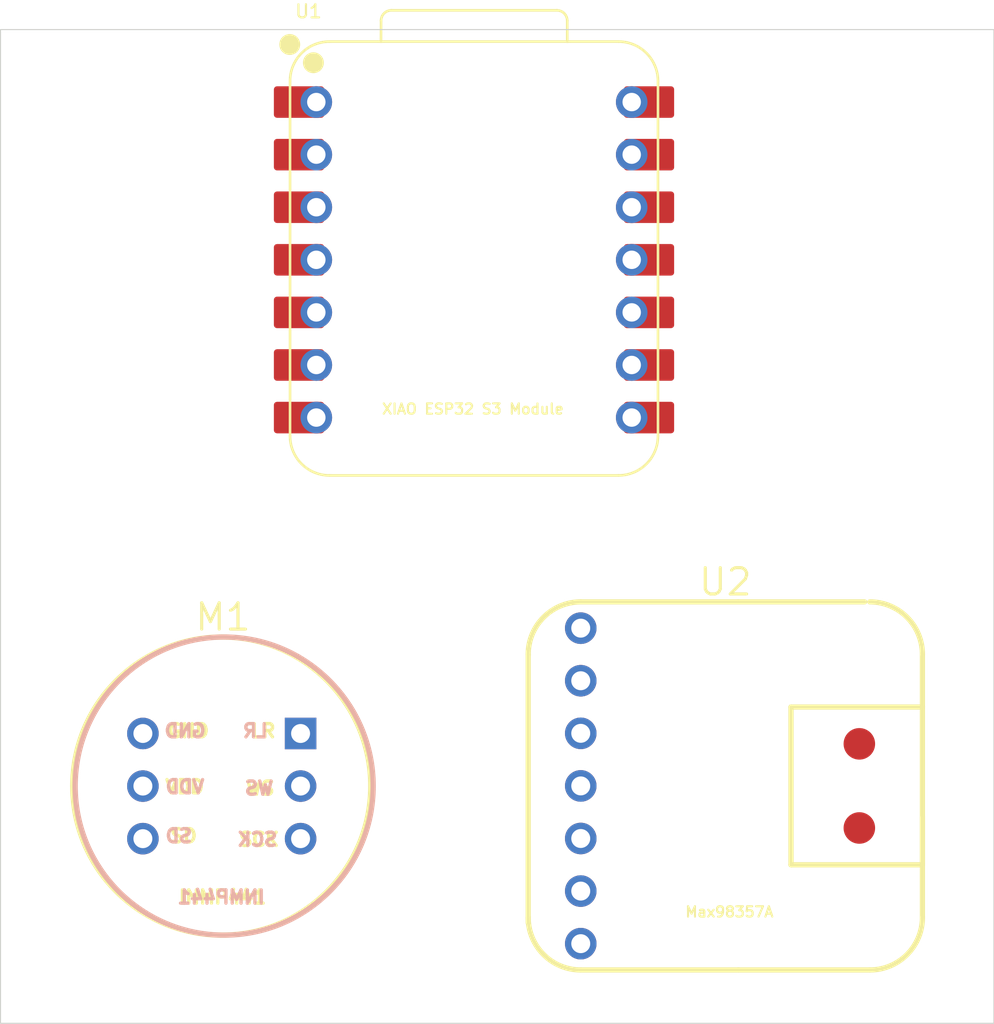
<source format=kicad_pcb>
(kicad_pcb (version 20241229) (generator "pcbnew") (generator_version "9.0")
  (layers (0 "F.Cu" signal) (2 "B.Cu" signal) (13 "F.Paste" user) (15 "B.Paste" user) (5 "F.SilkS" user "F.Silkscreen") (7 "B.SilkS" user "B.Silkscreen") (1 "F.Mask" user) (3 "B.Mask" user) (25 "Edge.Cuts" user))
  (net 0 "")
  (net 1 "Net-(U1-VBUS)")
  (net 2 "Net-(U1-GPIO5{slash}D4{slash}I2C_SDA)")
  (net 3 "Net-(U1-GPIO9{slash}D5{slash}I2C_SCL)")
  (net 5 "Net-(M1-GND)")
  (net 7 "Net-(M1-SCK)")
  (net 8 "Net-(M1-WS)")
  (net 11 "Net-(M1-VDD)")
  (net 12 "Net-(M1-SD)")
  (footprint "Seeed:XIAO-ESP32S3-DIP" (layer "F.Cu") (at 34.88 23.12)
    (property "Reference" "U1" (at -8 -12 0) (layer "F.SilkS") (effects (font (size 0.635 0.635) (thickness 0.1016))))
    (property "Value" "XIAO-ESP32-S3-DIP")
    (fp_line (start -8.89 8.509) (end -8.89 -8.636) (stroke (width 0.127)) (layer "F.SilkS"))
    (fp_line (start -6.985 10.414) (end 6.985 10.414) (stroke (width 0.127)) (layer "F.SilkS"))
    (fp_line (start -4.495 -10.541) (end -4.491272 -11.551272) (stroke (width 0.127)) (layer "F.SilkS"))
    (fp_line (start -3.991272 -12.051) (end 4.004 -12.051) (stroke (width 0.127)) (layer "F.SilkS"))
    (fp_line (start 4.504 -11.551) (end 4.504 -10.541) (stroke (width 0.127)) (layer "F.SilkS"))
    (fp_line (start 6.985 -10.541) (end -6.985 -10.541) (stroke (width 0.1)) (layer "F.SilkS"))
    (fp_line (start 6.985 -10.541) (end -6.985 -10.541) (stroke (width 0.127)) (layer "F.SilkS"))
    (fp_line (start 8.89 8.509) (end 8.89 -8.636) (stroke (width 0.127)) (layer "F.SilkS"))
    (fp_arc (start -8.89 -8.636) (mid -8.332038 -9.983038) (end -6.985 -10.541) (stroke (width 0.127)) (layer "F.SilkS"))
    (fp_arc (start -6.985 10.414) (mid -8.332038 9.856038) (end -8.89 8.509) (stroke (width 0.127)) (layer "F.SilkS"))
    (fp_arc (start -4.491272 -11.551272) (mid -4.344728 -11.90464) (end -3.991272 -12.051) (stroke (width 0.127)) (layer "F.SilkS"))
    (fp_arc (start 4.004 -12.051) (mid 4.357553 -11.904553) (end 4.504 -11.551) (stroke (width 0.127)) (layer "F.SilkS"))
    (fp_arc (start 6.985 -10.541) (mid 8.332038 -9.983038) (end 8.89 -8.636) (stroke (width 0.127)) (layer "F.SilkS"))
    (fp_arc (start 8.89 8.509) (mid 8.332038 9.856038) (end 6.985 10.414) (stroke (width 0.127)) (layer "F.SilkS"))
    (fp_circle (center -8.904 -10.4) (end -8.904 -10.654) (stroke (width 0.5)) (fill yes) (layer "F.SilkS"))
    (fp_circle (center -7.761 -9.52) (end -7.761 -9.774) (stroke (width 0.5)) (fill yes) (layer "F.SilkS"))
    (fp_text user "XIAO ESP32 S3 Module" (at -4.5 7.5 0) (layer "F.SilkS") (effects (font (size 0.5 0.5) (thickness 0.1)) (justify left bottom)))
    (pad "1" smd roundrect (at -8.455 -7.62 180) (size 2.432 1.524) (layers "F.Cu" "F.Mask") (roundrect_rratio 0.1))
    (pad "1" thru_hole circle (at -7.62 -7.62 180) (size 1.524 1.524) (drill 0.889) (layers "*.Cu" "*.Mask"))
    (pad "2" smd roundrect (at -8.455 -5.08 180) (size 2.432 1.524) (layers "F.Cu" "F.Mask") (roundrect_rratio 0.1))
    (pad "2" thru_hole circle (at -7.62 -5.08 180) (size 1.524 1.524) (drill 0.889) (layers "*.Cu" "*.Mask"))
    (pad "3" smd roundrect (at -8.455 -2.54 180) (size 2.432 1.524) (layers "F.Cu" "F.Mask") (roundrect_rratio 0.1) (net 8 "Net-(M1-WS)"))
    (pad "3" thru_hole circle (at -7.62 -2.54 180) (size 1.524 1.524) (drill 0.889) (layers "*.Cu" "*.Mask") (net 8 "Net-(M1-WS)"))
    (pad "4" smd roundrect (at -8.455 0 180) (size 2.432 1.524) (layers "F.Cu" "F.Mask") (roundrect_rratio 0.1) (net 7 "Net-(M1-SCK)"))
    (pad "4" thru_hole circle (at -7.62 0 180) (size 1.524 1.524) (drill 0.889) (layers "*.Cu" "*.Mask") (net 7 "Net-(M1-SCK)"))
    (pad "5" smd roundrect (at -8.455 2.54 180) (size 2.432 1.524) (layers "F.Cu" "F.Mask") (roundrect_rratio 0.1) (net 2 "Net-(U1-GPIO5{slash}D4{slash}I2C_SDA)"))
    (pad "5" thru_hole circle (at -7.62 2.54 180) (size 1.524 1.524) (drill 0.889) (layers "*.Cu" "*.Mask") (net 2 "Net-(U1-GPIO5{slash}D4{slash}I2C_SDA)"))
    (pad "6" smd roundrect (at -8.455 5.08 180) (size 2.432 1.524) (layers "F.Cu" "F.Mask") (roundrect_rratio 0.1) (net 3 "Net-(U1-GPIO9{slash}D5{slash}I2C_SCL)"))
    (pad "6" thru_hole circle (at -7.62 5.08 180) (size 1.524 1.524) (drill 0.889) (layers "*.Cu" "*.Mask") (net 3 "Net-(U1-GPIO9{slash}D5{slash}I2C_SCL)"))
    (pad "7" smd roundrect (at -8.455 7.62 180) (size 2.432 1.524) (layers "F.Cu" "F.Mask") (roundrect_rratio 0.1))
    (pad "7" thru_hole circle (at -7.62 7.62 180) (size 1.524 1.524) (drill 0.889) (layers "*.Cu" "*.Mask"))
    (pad "8" thru_hole circle (at 7.62 7.62) (size 1.524 1.524) (drill 0.889) (layers "*.Cu" "*.Mask"))
    (pad "8" smd roundrect (at 8.455 7.62) (size 2.432 1.524) (layers "F.Cu" "F.Mask") (roundrect_rratio 0.1))
    (pad "9" thru_hole circle (at 7.62 5.08) (size 1.524 1.524) (drill 0.889) (layers "*.Cu" "*.Mask"))
    (pad "9" smd roundrect (at 8.455 5.08) (size 2.432 1.524) (layers "F.Cu" "F.Mask") (roundrect_rratio 0.1))
    (pad "10" thru_hole circle (at 7.62 2.54) (size 1.524 1.524) (drill 0.889) (layers "*.Cu" "*.Mask"))
    (pad "10" smd roundrect (at 8.455 2.54) (size 2.432 1.524) (layers "F.Cu" "F.Mask") (roundrect_rratio 0.1))
    (pad "11" thru_hole circle (at 7.62 0) (size 1.524 1.524) (drill 0.889) (layers "*.Cu" "*.Mask") (net 12 "Net-(M1-SD)"))
    (pad "11" smd roundrect (at 8.455 0) (size 2.432 1.524) (layers "F.Cu" "F.Mask") (roundrect_rratio 0.1) (net 12 "Net-(M1-SD)"))
    (pad "12" thru_hole circle (at 7.62 -2.54) (size 1.524 1.524) (drill 0.889) (layers "*.Cu" "*.Mask") (net 11 "Net-(M1-VDD)"))
    (pad "12" smd roundrect (at 8.455 -2.54) (size 2.432 1.524) (layers "F.Cu" "F.Mask") (roundrect_rratio 0.1) (net 11 "Net-(M1-VDD)"))
    (pad "13" thru_hole circle (at 7.62 -5.08) (size 1.524 1.524) (drill 0.889) (layers "*.Cu" "*.Mask") (net 5 "Net-(M1-GND)"))
    (pad "13" smd roundrect (at 8.455 -5.08) (size 2.432 1.524) (layers "F.Cu" "F.Mask") (roundrect_rratio 0.1) (net 5 "Net-(M1-GND)"))
    (pad "14" thru_hole circle (at 7.62 -7.62) (size 1.524 1.524) (drill 0.889) (layers "*.Cu" "*.Mask") (net 1 "Net-(U1-VBUS)"))
    (pad "14" smd roundrect (at 8.455 -7.62) (size 2.432 1.524) (layers "F.Cu" "F.Mask") (roundrect_rratio 0.1) (net 1 "Net-(U1-VBUS)"))
  )
  (footprint "Library:INMP441_OMNIDIRECTIONAL_MICROPHONE_MODULE" (layer "F.Cu") (at 23.96 48.54)
    (property "Reference" "M1" (at -1.21095 -8.1621 0) (layer "F.SilkS") (effects (font (size 1.27 1.27))))
    (property "Value" "INMP441")
    (fp_circle (center -1.27 0) (end 5.9301 0) (stroke (width 0.254)) (fill no) (layer "F.SilkS"))
    (fp_circle (center -1.1519 0) (end 6.0482 0) (stroke (width 0.254)) (fill no) (layer "B.SilkS"))
    (fp_text user "SD" (at -3.839696 2.034107 0) (layer "F.SilkS") (effects (font (size 0.64 0.64) (thickness 0.2032)) (justify left top)))
    (fp_text user "VDD" (at -4.079027 -0.33654 0) (layer "F.SilkS") (effects (font (size 0.64 0.64) (thickness 0.2032)) (justify left top)))
    (fp_text user "LR" (at 0.04 -3.04 0) (layer "F.SilkS") (effects (font (size 0.64 0.64) (thickness 0.2032)) (justify left top)))
    (fp_text user "GND" (at -3.96 -3.04 0) (layer "F.SilkS") (effects (font (size 0.64 0.64) (thickness 0.2032)) (justify left top)))
    (fp_text user "WS" (at -0.189644 -0.26832 0) (layer "F.SilkS") (effects (font (size 0.64 0.64) (thickness 0.2032)) (justify left top)))
    (fp_text user "INMP441" (at -3.426 4.9919 0) (layer "F.SilkS") (effects (font (size 0.64 0.64) (thickness 0.2032)) (justify left top)))
    (fp_text user "SCK" (at -0.511938 2.204657 0) (layer "F.SilkS") (effects (font (size 0.64 0.64) (thickness 0.2032)) (justify left top)))
    (fp_text user "SD" (at -2.612296 2.034107 0) (layer "B.SilkS") (effects (font (size 0.64 0.64) (thickness 0.2032)) (justify left top mirror)))
    (fp_text user "WS" (at 1.310356 -0.26832 0) (layer "B.SilkS") (effects (font (size 0.64 0.64) (thickness 0.2032)) (justify left top mirror)))
    (fp_text user "GND" (at -1.96 -3.04 0) (layer "B.SilkS") (effects (font (size 0.64 0.64) (thickness 0.2032)) (justify left top mirror)))
    (fp_text user "VDD" (at -2.029527 -0.33654 0) (layer "B.SilkS") (effects (font (size 0.64 0.64) (thickness 0.2032)) (justify left top mirror)))
    (fp_text user "SCK" (at 1.497962 2.204657 0) (layer "B.SilkS") (effects (font (size 0.64 0.64) (thickness 0.2032)) (justify left top mirror)))
    (fp_text user "LR" (at 1.04 -3.04 0) (layer "B.SilkS") (effects (font (size 0.64 0.64) (thickness 0.2032)) (justify left top mirror)))
    (fp_text user "INMP441" (at 0.8961 4.9919 0) (layer "B.SilkS") (effects (font (size 0.64 0.64) (thickness 0.2032)) (justify left top mirror)))
    (pad "1" thru_hole rect (at 2.54 -2.54) (size 1.524 1.524) (drill 0.9144) (layers "*.Cu" "*.Mask") (net 5 "Net-(M1-GND)"))
    (pad "2" thru_hole oval (at 2.54 0) (size 1.524 1.524) (drill 0.9144) (layers "*.Cu" "*.Mask") (net 8 "Net-(M1-WS)"))
    (pad "3" thru_hole oval (at 2.54 2.54) (size 1.524 1.524) (drill 0.9144) (layers "*.Cu" "*.Mask") (net 7 "Net-(M1-SCK)"))
    (pad "4" thru_hole oval (at -5.08 2.54) (size 1.524 1.524) (drill 0.9144) (layers "*.Cu" "*.Mask") (net 12 "Net-(M1-SD)"))
    (pad "5" thru_hole oval (at -5.08 0) (size 1.524 1.524) (drill 0.9144) (layers "*.Cu" "*.Mask") (net 11 "Net-(M1-VDD)"))
    (pad "6" thru_hole oval (at -5.08 -2.54) (size 1.524 1.524) (drill 0.9144) (layers "*.Cu" "*.Mask") (net 5 "Net-(M1-GND)"))
  )
  (footprint "Library:MAX98357-MODULE SMD FOOTPRINT" (layer "F.Cu") (at 40.038 40.912)
    (property "Reference" "U2" (at 6.985 -2.232 0) (layer "F.SilkS") (effects (font (size 1.27 1.27))))
    (property "Value" "Max98357A")
    (fp_line (start -2.54 14.224) (end -2.54 1.27) (stroke (width 0.254)) (layer "F.SilkS"))
    (fp_line (start 0 -1.27) (end 7.62 -1.27) (stroke (width 0.254)) (layer "F.SilkS"))
    (fp_line (start 7.62 -1.27) (end 13.716 -1.27) (stroke (width 0.254)) (layer "F.SilkS"))
    (fp_line (start 7.62 16.51) (end 0 16.51) (stroke (width 0.254)) (layer "F.SilkS"))
    (fp_line (start 10.16 3.81) (end 10.16 11.43) (stroke (width 0.254)) (layer "F.SilkS"))
    (fp_line (start 10.16 11.43) (end 16.51 11.43) (stroke (width 0.254)) (layer "F.SilkS"))
    (fp_line (start 13.97 16.51) (end 7.62 16.51) (stroke (width 0.254)) (layer "F.SilkS"))
    (fp_line (start 16.51 1.27) (end 16.51 13.97) (stroke (width 0.254)) (layer "F.SilkS"))
    (fp_line (start 16.51 3.81) (end 10.16 3.81) (stroke (width 0.254)) (layer "F.SilkS"))
    (fp_line (start 16.51 11.43) (end 16.51 9.144) (stroke (width 0.254)) (layer "F.SilkS"))
    (fp_arc (start -2.54 1.27) (mid -1.796051 -0.526051) (end 0 -1.27) (stroke (width 0.254)) (layer "F.SilkS"))
    (fp_arc (start 0 16.51) (mid -1.796051 15.766051) (end -2.54 13.97) (stroke (width 0.254)) (layer "F.SilkS"))
    (fp_arc (start 13.97 -1.27) (mid 15.766051 -0.526051) (end 16.51 1.27) (stroke (width 0.254)) (layer "F.SilkS"))
    (fp_arc (start 16.51 13.97) (mid 15.766051 15.766051) (end 13.97 16.51) (stroke (width 0.254)) (layer "F.SilkS"))
    (fp_text user "Max98357A" (at 5 14 0) (layer "F.SilkS") (effects (font (size 0.5 0.5) (thickness 0.1)) (justify left bottom)))
    (pad "1" thru_hole oval (at 0 0) (size 1.524 1.524) (drill 0.9144) (layers "*.Cu" "*.Mask") (net 8 "Net-(M1-WS)"))
    (pad "2" thru_hole oval (at 0 2.54) (size 1.524 1.524) (drill 0.9144) (layers "*.Cu" "*.Mask") (net 7 "Net-(M1-SCK)"))
    (pad "3" thru_hole oval (at 0 5.08) (size 1.524 1.524) (drill 0.9144) (layers "*.Cu" "*.Mask") (net 2 "Net-(U1-GPIO5{slash}D4{slash}I2C_SDA)"))
    (pad "4" thru_hole oval (at 0 7.62) (size 1.524 1.524) (drill 0.9144) (layers "*.Cu" "*.Mask") (net 1 "Net-(U1-VBUS)"))
    (pad "5" thru_hole oval (at 0 10.16) (size 1.524 1.524) (drill 0.9144) (layers "*.Cu" "*.Mask") (net 3 "Net-(U1-GPIO9{slash}D5{slash}I2C_SCL)"))
    (pad "6" thru_hole oval (at 0 12.7) (size 1.524 1.524) (drill 0.9144) (layers "*.Cu" "*.Mask") (net 5 "Net-(M1-GND)"))
    (pad "7" thru_hole oval (at 0 15.24) (size 1.524 1.524) (drill 0.9144) (layers "*.Cu" "*.Mask") (net 1 "Net-(U1-VBUS)"))
    (pad "8" smd oval (at 13.462 5.588) (size 1.524 1.524) (layers "F.Cu" "F.Mask" "F.Paste"))
    (pad "9" smd oval (at 13.462 9.652) (size 1.524 1.524) (layers "F.Cu" "F.Mask" "F.Paste"))
  )
  (gr_rect (start 12 12) (end 60 60) (stroke (width 0.05)) (fill no) (layer "Edge.Cuts"))
)
</source>
